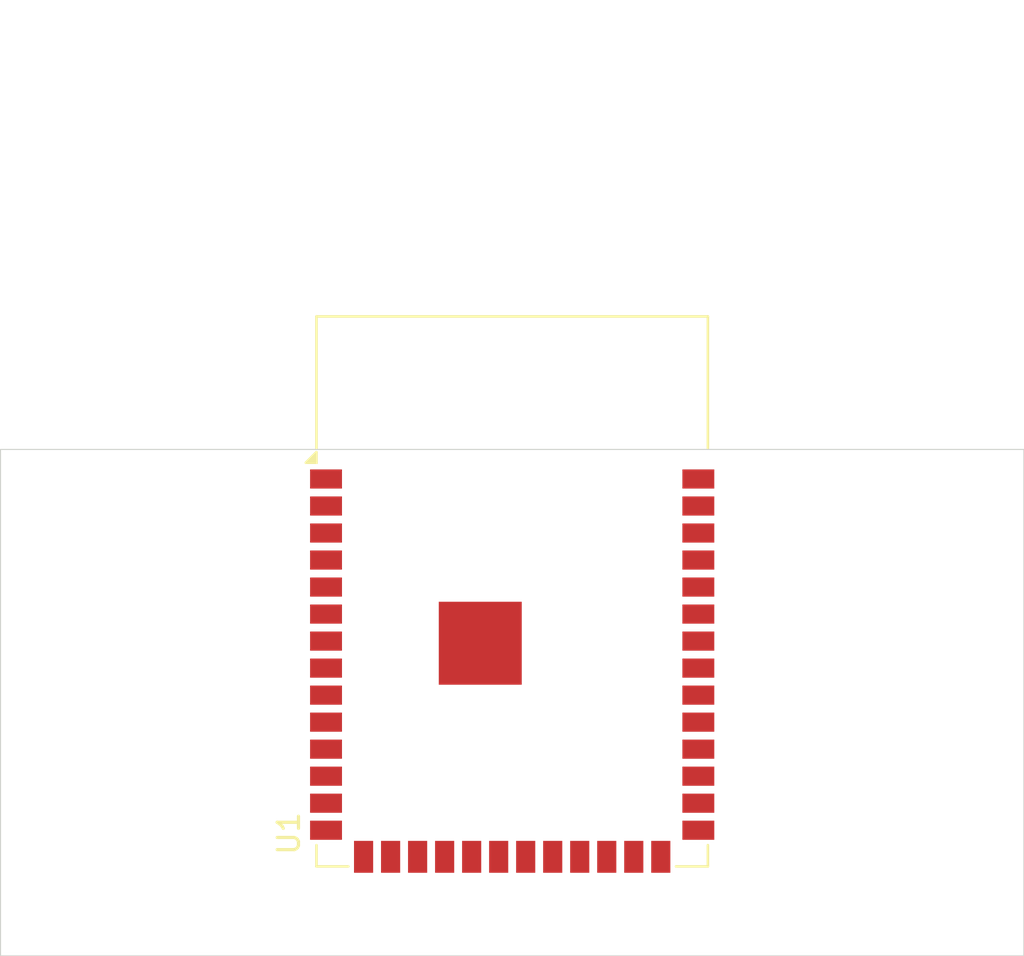
<source format=kicad_pcb>
(kicad_pcb (version 20241229) (generator "pcbnew") (generator_version "9.0")
  (layers (0 "F.Cu" signal) (4 "In1.Cu" power) (6 "In2.Cu" power) (2 "B.Cu" signal) (13 "F.Paste" user) (15 "B.Paste" user) (5 "F.SilkS" user "F.Silkscreen") (7 "B.SilkS" user "B.Silkscreen") (1 "F.Mask" user) (3 "B.Mask" user) (25 "Edge.Cuts" user))
  (net 0 "")
  (net 6 "Net-(U1-GND-Pad1)")
  (footprint "Custom:ESP32-S3-WROOM-1" (layer "F.Cu") (at 142.55 103.55)
    (property "Reference" "U1" (at -10.5 11.4 90) (layer "F.SilkS"))
    (property "Value" "ESP32-S3-WROOM-1")
    (fp_line (start -9.2 -12.9) (end -9.2 -6.7) (stroke (width 0.12)) (layer "F.SilkS"))
    (fp_line (start -9.2 -12.9) (end 9.2 -12.9) (stroke (width 0.12)) (layer "F.SilkS"))
    (fp_line (start -9.2 11.95) (end -9.2 12.95) (stroke (width 0.12)) (layer "F.SilkS"))
    (fp_line (start -9.2 12.95) (end -7.7 12.95) (stroke (width 0.12)) (layer "F.SilkS"))
    (fp_line (start 9.2 -12.9) (end 9.2 -6.7) (stroke (width 0.12)) (layer "F.SilkS"))
    (fp_line (start 9.2 12.95) (end 7.7 12.95) (stroke (width 0.12)) (layer "F.SilkS"))
    (fp_line (start 9.2 12.95) (end 9.2 11.95) (stroke (width 0.12)) (layer "F.SilkS"))
    (fp_poly (pts (xy -9.2 -6.025) (xy -9.7 -6.025) (xy -9.2 -6.525) (xy -9.2 -6.025)) (stroke (width 0.12)) (fill yes) (layer "F.SilkS"))
    (pad "1" smd rect (at -8.75 -5.26) (size 1.5 0.9) (layers "F.Cu" "F.Mask" "F.Paste") (net 6 "Net-(U1-GND-Pad1)"))
    (pad "2" smd rect (at -8.75 -3.99) (size 1.5 0.9) (layers "F.Cu" "F.Mask" "F.Paste"))
    (pad "3" smd rect (at -8.75 -2.72) (size 1.5 0.9) (layers "F.Cu" "F.Mask" "F.Paste"))
    (pad "4" smd rect (at -8.75 -1.45) (size 1.5 0.9) (layers "F.Cu" "F.Mask" "F.Paste"))
    (pad "5" smd rect (at -8.75 -0.18) (size 1.5 0.9) (layers "F.Cu" "F.Mask" "F.Paste"))
    (pad "6" smd rect (at -8.75 1.09) (size 1.5 0.9) (layers "F.Cu" "F.Mask" "F.Paste"))
    (pad "7" smd rect (at -8.75 2.36) (size 1.5 0.9) (layers "F.Cu" "F.Mask" "F.Paste"))
    (pad "8" smd rect (at -8.75 3.63) (size 1.5 0.9) (layers "F.Cu" "F.Mask" "F.Paste"))
    (pad "9" smd rect (at -8.75 4.9) (size 1.5 0.9) (layers "F.Cu" "F.Mask" "F.Paste"))
    (pad "10" smd rect (at -8.75 6.17) (size 1.5 0.9) (layers "F.Cu" "F.Mask" "F.Paste"))
    (pad "11" smd rect (at -8.75 7.44) (size 1.5 0.9) (layers "F.Cu" "F.Mask" "F.Paste"))
    (pad "12" smd rect (at -8.75 8.71) (size 1.5 0.9) (layers "F.Cu" "F.Mask" "F.Paste"))
    (pad "13" smd rect (at -8.75 9.98) (size 1.5 0.9) (layers "F.Cu" "F.Mask" "F.Paste"))
    (pad "14" smd rect (at -8.75 11.25 180) (size 1.5 0.9) (layers "F.Cu" "F.Mask" "F.Paste"))
    (pad "15" smd rect (at -6.985 12.5 270) (size 1.5 0.9) (layers "F.Cu" "F.Mask" "F.Paste"))
    (pad "16" smd rect (at -5.715 12.5 270) (size 1.5 0.9) (layers "F.Cu" "F.Mask" "F.Paste"))
    (pad "17" smd rect (at -4.445 12.5 270) (size 1.5 0.9) (layers "F.Cu" "F.Mask" "F.Paste"))
    (pad "18" smd rect (at -3.175 12.5 270) (size 1.5 0.9) (layers "F.Cu" "F.Mask" "F.Paste"))
    (pad "19" smd rect (at -1.905 12.5 270) (size 1.5 0.9) (layers "F.Cu" "F.Mask" "F.Paste"))
    (pad "20" smd rect (at -0.635 12.5 270) (size 1.5 0.9) (layers "F.Cu" "F.Mask" "F.Paste"))
    (pad "21" smd rect (at 0.635 12.5 270) (size 1.5 0.9) (layers "F.Cu" "F.Mask" "F.Paste"))
    (pad "22" smd rect (at 1.905 12.5 270) (size 1.5 0.9) (layers "F.Cu" "F.Mask" "F.Paste"))
    (pad "23" smd rect (at 3.175 12.5 270) (size 1.5 0.9) (layers "F.Cu" "F.Mask" "F.Paste"))
    (pad "24" smd rect (at 4.445 12.5 270) (size 1.5 0.9) (layers "F.Cu" "F.Mask" "F.Paste"))
    (pad "25" smd rect (at 5.715 12.5 270) (size 1.5 0.9) (layers "F.Cu" "F.Mask" "F.Paste"))
    (pad "26" smd rect (at 6.985 12.5 270) (size 1.5 0.9) (layers "F.Cu" "F.Mask" "F.Paste"))
    (pad "27" smd rect (at 8.75 11.25) (size 1.5 0.9) (layers "F.Cu" "F.Mask" "F.Paste"))
    (pad "28" smd rect (at 8.75 9.98) (size 1.5 0.9) (layers "F.Cu" "F.Mask" "F.Paste"))
    (pad "29" smd rect (at 8.75 8.71) (size 1.5 0.9) (layers "F.Cu" "F.Mask" "F.Paste"))
    (pad "30" smd rect (at 8.75 7.44) (size 1.5 0.9) (layers "F.Cu" "F.Mask" "F.Paste"))
    (pad "31" smd rect (at 8.75 6.17) (size 1.5 0.9) (layers "F.Cu" "F.Mask" "F.Paste"))
    (pad "32" smd rect (at 8.75 4.9) (size 1.5 0.9) (layers "F.Cu" "F.Mask" "F.Paste"))
    (pad "33" smd rect (at 8.75 3.63) (size 1.5 0.9) (layers "F.Cu" "F.Mask" "F.Paste"))
    (pad "34" smd rect (at 8.75 2.36) (size 1.5 0.9) (layers "F.Cu" "F.Mask" "F.Paste"))
    (pad "35" smd rect (at 8.75 1.09) (size 1.5 0.9) (layers "F.Cu" "F.Mask" "F.Paste"))
    (pad "36" smd rect (at 8.75 -0.18) (size 1.5 0.9) (layers "F.Cu" "F.Mask" "F.Paste"))
    (pad "37" smd rect (at 8.75 -1.45) (size 1.5 0.9) (layers "F.Cu" "F.Mask" "F.Paste"))
    (pad "38" smd rect (at 8.75 -2.72) (size 1.5 0.9) (layers "F.Cu" "F.Mask" "F.Paste"))
    (pad "39" smd rect (at 8.75 -3.99) (size 1.5 0.9) (layers "F.Cu" "F.Mask" "F.Paste"))
    (pad "40" smd rect (at 8.75 -5.26) (size 1.5 0.9) (layers "F.Cu" "F.Mask" "F.Paste") (net 6 "Net-(U1-GND-Pad1)"))
    (pad "41" smd rect (at -1.5 2.46 270) (size 3.9 3.9) (property pad_prop_heatsink) (layers "F.Cu" "F.Mask") (net 6 "Net-(U1-GND-Pad1)"))
  )
  (gr_rect (start 118.5 96.9) (end 166.6 120.7) (stroke (width 0.05)) (fill no) (layer "Edge.Cuts"))
)
</source>
